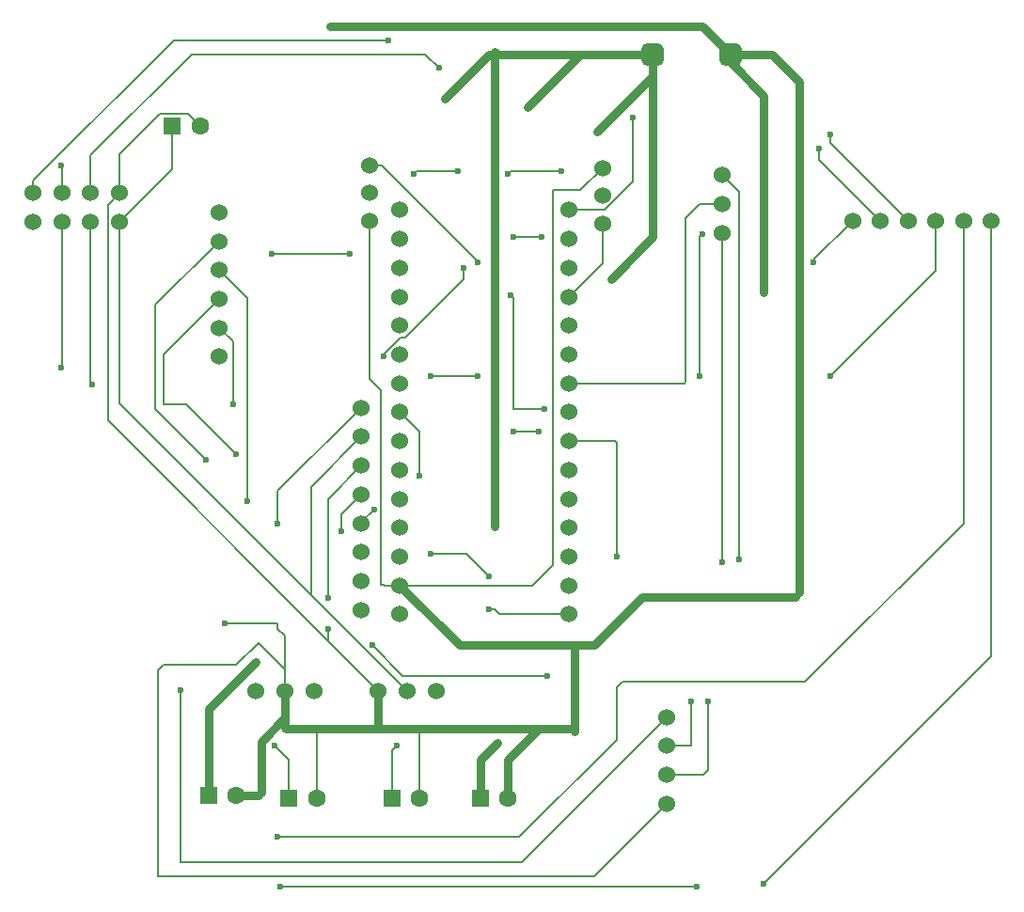
<source format=gbr>
%TF.GenerationSoftware,KiCad,Pcbnew,8.0.0*%
%TF.CreationDate,2025-03-20T21:29:13+05:30*%
%TF.ProjectId,Final_PCB_Schematic,46696e61-6c5f-4504-9342-5f536368656d,rev?*%
%TF.SameCoordinates,Original*%
%TF.FileFunction,Copper,L1,Top*%
%TF.FilePolarity,Positive*%
%FSLAX46Y46*%
G04 Gerber Fmt 4.6, Leading zero omitted, Abs format (unit mm)*
G04 Created by KiCad (PCBNEW 8.0.0) date 2025-03-20 21:29:13*
%MOMM*%
%LPD*%
G01*
G04 APERTURE LIST*
G04 Aperture macros list*
%AMRoundRect*
0 Rectangle with rounded corners*
0 $1 Rounding radius*
0 $2 $3 $4 $5 $6 $7 $8 $9 X,Y pos of 4 corners*
0 Add a 4 corners polygon primitive as box body*
4,1,4,$2,$3,$4,$5,$6,$7,$8,$9,$2,$3,0*
0 Add four circle primitives for the rounded corners*
1,1,$1+$1,$2,$3*
1,1,$1+$1,$4,$5*
1,1,$1+$1,$6,$7*
1,1,$1+$1,$8,$9*
0 Add four rect primitives between the rounded corners*
20,1,$1+$1,$2,$3,$4,$5,0*
20,1,$1+$1,$4,$5,$6,$7,0*
20,1,$1+$1,$6,$7,$8,$9,0*
20,1,$1+$1,$8,$9,$2,$3,0*%
G04 Aperture macros list end*
%TA.AperFunction,ComponentPad*%
%ADD10R,1.600000X1.600000*%
%TD*%
%TA.AperFunction,ComponentPad*%
%ADD11C,1.600000*%
%TD*%
%TA.AperFunction,ComponentPad*%
%ADD12C,1.524000*%
%TD*%
%TA.AperFunction,SMDPad,CuDef*%
%ADD13RoundRect,0.500000X-0.500000X-0.500000X0.500000X-0.500000X0.500000X0.500000X-0.500000X0.500000X0*%
%TD*%
%TA.AperFunction,ViaPad*%
%ADD14C,0.600000*%
%TD*%
%TA.AperFunction,Conductor*%
%ADD15C,0.200000*%
%TD*%
%TA.AperFunction,Conductor*%
%ADD16C,0.800000*%
%TD*%
G04 APERTURE END LIST*
D10*
%TO.P,C4,1*%
%TO.N,/3.3V*%
X105000000Y-64500000D03*
D11*
%TO.P,C4,2*%
%TO.N,GND*%
X107500000Y-64500000D03*
%TD*%
D12*
%TO.P,U11,1,CS*%
%TO.N,/D10*%
X166250000Y-73000000D03*
%TO.P,U11,2,SCK*%
%TO.N,/SCK*%
X168750000Y-73000000D03*
%TO.P,U11,3,MOSI*%
%TO.N,/MOSI*%
X171250000Y-73000000D03*
%TO.P,U11,4,MISO*%
%TO.N,/MISO*%
X173750000Y-73000000D03*
%TO.P,U11,5,VCC*%
%TO.N,/5Vin*%
X176250000Y-73000000D03*
%TO.P,U11,6,GND*%
%TO.N,GND*%
X178750000Y-73000000D03*
%TD*%
D10*
%TO.P,C2,1*%
%TO.N,+12V*%
X108250000Y-124750000D03*
D11*
%TO.P,C2,2*%
%TO.N,GND*%
X110750000Y-124750000D03*
%TD*%
D12*
%TO.P,U15,1,PWM*%
%TO.N,/PWM2*%
X143750000Y-73250000D03*
%TO.P,U15,2,VCC*%
%TO.N,unconnected-(U15-VCC-Pad2)*%
X143750000Y-70750000D03*
%TO.P,U15,3,GND*%
%TO.N,GND*%
X143750000Y-68250000D03*
%TD*%
%TO.P,U7,1,IN*%
%TO.N,+12V*%
X117750000Y-115356000D03*
%TO.P,U7,2,GND*%
%TO.N,GND*%
X115150000Y-115356000D03*
%TO.P,U7,3,OUT*%
%TO.N,/5Vin*%
X112550000Y-115356000D03*
%TD*%
D10*
%TO.P,C3,1*%
%TO.N,+12V*%
X132750000Y-125000000D03*
D11*
%TO.P,C3,2*%
%TO.N,GND*%
X135250000Y-125000000D03*
%TD*%
D12*
%TO.P,U8,1,PWM*%
%TO.N,/PWM1*%
X122750000Y-68000000D03*
%TO.P,U8,2,VCC*%
%TO.N,unconnected-(U8-VCC-Pad2)*%
X122750000Y-70500000D03*
%TO.P,U8,3,GND*%
%TO.N,GND*%
X122750000Y-73000000D03*
%TD*%
D13*
%TO.P,U13,1,12v*%
%TO.N,+12V*%
X148250000Y-58000000D03*
%TO.P,U13,2,GND*%
%TO.N,GND*%
X155250000Y-58000000D03*
%TD*%
D12*
%TO.P,U5,1,EN*%
%TO.N,unconnected-(U5-EN-Pad1)*%
X109250000Y-72250000D03*
%TO.P,U5,2,VCC*%
%TO.N,/5Vin*%
X109250000Y-74850000D03*
%TO.P,U5,3,GND*%
%TO.N,GND*%
X109250000Y-77450000D03*
%TO.P,U5,4,TX*%
%TO.N,/D1*%
X109250000Y-80050000D03*
%TO.P,U5,5,RX*%
%TO.N,/D0*%
X109250000Y-82650000D03*
%TO.P,U5,6,STATE*%
%TO.N,unconnected-(U5-STATE-Pad6)*%
X109250000Y-85250000D03*
%TD*%
%TO.P,U4,1,GND*%
%TO.N,GND*%
X154500000Y-68900000D03*
%TO.P,U4,2,OUT*%
%TO.N,/OUT*%
X154500000Y-71500000D03*
%TO.P,U4,3,Vcc*%
%TO.N,/5Vin*%
X154500000Y-74100000D03*
%TD*%
%TO.P,U3,1,Vcc*%
%TO.N,/5Vin*%
X122000000Y-89850000D03*
%TO.P,U3,2,3.3V*%
%TO.N,/3.3V*%
X122000000Y-92450000D03*
%TO.P,U3,3,GND*%
%TO.N,GND*%
X122000000Y-95050000D03*
%TO.P,U3,4,SCL*%
%TO.N,/SCL*%
X122000000Y-97650000D03*
%TO.P,U3,5,SDA*%
%TO.N,/SDA*%
X122000000Y-100250000D03*
%TO.P,U3,6,FSYNC*%
%TO.N,unconnected-(U3-FSYNC-Pad6)*%
X122000000Y-102850000D03*
%TO.P,U3,7,INTA*%
%TO.N,unconnected-(U3-INTA-Pad7)*%
X122000000Y-105450000D03*
%TO.P,U3,8,DRDY*%
%TO.N,unconnected-(U3-DRDY-Pad8)*%
X122000000Y-108050000D03*
%TD*%
%TO.P,U1,1,D0/TX*%
%TO.N,/D0*%
X140750000Y-108450000D03*
%TO.P,U1,2,D1/RX*%
%TO.N,/D1*%
X140750000Y-105850000D03*
%TO.P,U1,3,RST*%
%TO.N,unconnected-(U1-RST-Pad3)*%
X140750000Y-103250000D03*
%TO.P,U1,4,GND*%
%TO.N,unconnected-(U1-GND-Pad4)*%
X140750000Y-100650000D03*
%TO.P,U1,5,D2*%
%TO.N,unconnected-(U1-D2-Pad5)*%
X140750000Y-98050000D03*
%TO.P,U1,6,D3*%
%TO.N,Net-(U1-D3)*%
X140750000Y-95450000D03*
%TO.P,U1,7,D4*%
%TO.N,Net-(U1-D4)*%
X140750000Y-92850000D03*
%TO.P,U1,8,D5*%
%TO.N,/PWM1*%
X140750000Y-90250000D03*
%TO.P,U1,9,D6*%
%TO.N,/OUT*%
X140750000Y-87650000D03*
%TO.P,U1,10,D7*%
%TO.N,/CE*%
X140750000Y-85050000D03*
%TO.P,U1,11,D8*%
%TO.N,/CNS*%
X140750000Y-82450000D03*
%TO.P,U1,12,D9*%
%TO.N,/PWM2*%
X140750000Y-79850000D03*
%TO.P,U1,13,D10*%
%TO.N,/D10*%
X140750000Y-77250000D03*
%TO.P,U1,14,D11*%
%TO.N,/MOSI*%
X140750000Y-74650000D03*
%TO.P,U1,15,D12*%
%TO.N,/MISO*%
X140750000Y-72050000D03*
%TO.P,U1,16,Vin*%
%TO.N,+12V*%
X125510000Y-108450000D03*
%TO.P,U1,17,GND*%
%TO.N,GND*%
X125510000Y-105850000D03*
%TO.P,U1,18,RST*%
%TO.N,unconnected-(U1-RST-Pad18)*%
X125510000Y-103250000D03*
%TO.P,U1,19,5V*%
%TO.N,unconnected-(U1-5V-Pad19)*%
X125510000Y-100650000D03*
%TO.P,U1,20,A7*%
%TO.N,unconnected-(U1-A7-Pad20)*%
X125510000Y-98050000D03*
%TO.P,U1,21,A6*%
%TO.N,unconnected-(U1-A6-Pad21)*%
X125510000Y-95450000D03*
%TO.P,U1,22,A5*%
%TO.N,/SCL*%
X125510000Y-92850000D03*
%TO.P,U1,23,A4*%
%TO.N,/SDA*%
X125510000Y-90250000D03*
%TO.P,U1,24,A3*%
%TO.N,unconnected-(U1-A3-Pad24)*%
X125510000Y-87650000D03*
%TO.P,U1,25,A2*%
%TO.N,unconnected-(U1-A2-Pad25)*%
X125510000Y-85050000D03*
%TO.P,U1,26,A1*%
%TO.N,unconnected-(U1-A1-Pad26)*%
X125510000Y-82450000D03*
%TO.P,U1,27,A0*%
%TO.N,unconnected-(U1-A0-Pad27)*%
X125510000Y-79850000D03*
%TO.P,U1,28,AREF*%
%TO.N,unconnected-(U1-AREF-Pad28)*%
X125510000Y-77250000D03*
%TO.P,U1,29,3V3*%
%TO.N,unconnected-(U1-3V3-Pad29)*%
X125510000Y-74650000D03*
%TO.P,U1,30,D13*%
%TO.N,/SCK*%
X125510000Y-72050000D03*
%TD*%
%TO.P,U2,1,GND*%
%TO.N,GND*%
X149500000Y-125500000D03*
%TO.P,U2,2,TX*%
%TO.N,Net-(U1-D3)*%
X149500000Y-122900000D03*
%TO.P,U2,3,RX*%
%TO.N,Net-(U1-D4)*%
X149500000Y-120300000D03*
%TO.P,U2,4,VCC*%
%TO.N,/5Vin*%
X149500000Y-117700000D03*
%TD*%
D10*
%TO.P,C5,1*%
%TO.N,/3.3V*%
X124794888Y-125000000D03*
D11*
%TO.P,C5,2*%
%TO.N,GND*%
X127294888Y-125000000D03*
%TD*%
D12*
%TO.P,U14,1,Vin*%
%TO.N,+12V*%
X128750000Y-115356000D03*
%TO.P,U14,2,Vout*%
%TO.N,/3.3V*%
X126150000Y-115356000D03*
%TO.P,U14,3,GND*%
%TO.N,GND*%
X123550000Y-115356000D03*
%TD*%
D10*
%TO.P,C1,1*%
%TO.N,/5Vin*%
X115500000Y-125000000D03*
D11*
%TO.P,C1,2*%
%TO.N,GND*%
X118000000Y-125000000D03*
%TD*%
D12*
%TO.P,U6,1,GND*%
%TO.N,GND*%
X100250000Y-70500000D03*
%TO.P,U6,2,VCC*%
%TO.N,/3.3V*%
X100250000Y-73100000D03*
%TO.P,U6,3,CE*%
%TO.N,/CE*%
X97650000Y-70500000D03*
%TO.P,U6,4,CNS*%
%TO.N,/CNS*%
X97650000Y-73100000D03*
%TO.P,U6,5,SCK*%
%TO.N,/SCK*%
X95050000Y-70500000D03*
%TO.P,U6,6,MOSI*%
%TO.N,/MOSI*%
X95050000Y-73100000D03*
%TO.P,U6,7,MISO*%
%TO.N,/MISO*%
X92450000Y-70500000D03*
%TO.P,U6,8,IRQ*%
%TO.N,unconnected-(U6-IRQ-Pad8)*%
X92450000Y-73100000D03*
%TD*%
D14*
%TO.N,/5Vin*%
X114250000Y-120250000D03*
X114500000Y-100250000D03*
X108000000Y-94500000D03*
X105750000Y-115250000D03*
X154500000Y-103750000D03*
X114500000Y-128500000D03*
%TO.N,GND*%
X158250000Y-132750000D03*
X111750000Y-98250000D03*
X109750000Y-109250000D03*
X156000000Y-103500000D03*
X114750000Y-133000000D03*
X158250000Y-79500000D03*
X119250000Y-55500000D03*
X119000000Y-109750000D03*
X119000000Y-107000000D03*
X152250000Y-133000000D03*
%TO.N,+12V*%
X143250000Y-65000000D03*
X144500000Y-78250000D03*
X134000000Y-100500000D03*
X137000000Y-62750000D03*
X129500000Y-62000000D03*
X112500000Y-112750000D03*
X134250000Y-120000000D03*
%TO.N,/3.3V*%
X125250000Y-120250000D03*
%TO.N,/SCK*%
X95000000Y-68000000D03*
X135250000Y-68750000D03*
X126750000Y-68750000D03*
X163250000Y-66500000D03*
X114000000Y-76000000D03*
X140000000Y-68500000D03*
X121000000Y-76000000D03*
X130750000Y-68500000D03*
%TO.N,/D1*%
X123000000Y-111250000D03*
X110750000Y-94000000D03*
X138750000Y-114000000D03*
%TO.N,/CE*%
X129000000Y-59250000D03*
%TO.N,/MISO*%
X124500000Y-56750000D03*
X146500000Y-63750000D03*
X164250000Y-87000000D03*
X152500000Y-87000000D03*
X152750000Y-74250000D03*
%TO.N,/D10*%
X162750000Y-76750000D03*
%TO.N,Net-(U1-D3)*%
X153250000Y-116250000D03*
%TO.N,/CNS*%
X135750000Y-92000000D03*
X132500000Y-87000000D03*
X138000000Y-92000000D03*
X128250000Y-87000000D03*
X97750000Y-87750000D03*
%TO.N,/SDA*%
X123150000Y-99000000D03*
X127250000Y-96000000D03*
%TO.N,/PWM1*%
X135500000Y-79750000D03*
X138500000Y-90000000D03*
X132500000Y-76750000D03*
%TO.N,/SCL*%
X120250000Y-101000000D03*
%TO.N,Net-(U1-D4)*%
X151750000Y-116250000D03*
X145000000Y-103250000D03*
%TO.N,/MOSI*%
X135750000Y-74500000D03*
X124000000Y-85250000D03*
X131250000Y-77250000D03*
X138250000Y-74500000D03*
X164250000Y-65250000D03*
X95000000Y-86250000D03*
%TO.N,/D0*%
X110500000Y-89500000D03*
X133500000Y-105000000D03*
X128250000Y-103000000D03*
X133500000Y-108000000D03*
%TD*%
D15*
%TO.N,/5Vin*%
X115500000Y-121500000D02*
X114250000Y-120250000D01*
X145000000Y-115000000D02*
X145000000Y-119750000D01*
X114500000Y-97350000D02*
X114500000Y-100250000D01*
X154500000Y-74100000D02*
X154500000Y-103750000D01*
X136450000Y-130750000D02*
X105750000Y-130750000D01*
X176250000Y-100251895D02*
X162001895Y-114500000D01*
X115500000Y-125000000D02*
X115500000Y-121500000D01*
X145000000Y-119750000D02*
X136250000Y-128500000D01*
X176250000Y-73000000D02*
X176250000Y-100251895D01*
X162001895Y-114500000D02*
X145500000Y-114500000D01*
X103500000Y-90000000D02*
X103750000Y-90250000D01*
X122000000Y-89850000D02*
X114500000Y-97350000D01*
X145500000Y-114500000D02*
X145000000Y-115000000D01*
X109250000Y-74850000D02*
X103500000Y-80600000D01*
X103750000Y-90250000D02*
X108000000Y-94500000D01*
X103500000Y-80600000D02*
X103500000Y-90000000D01*
X136250000Y-128500000D02*
X114500000Y-128500000D01*
X149500000Y-117700000D02*
X136450000Y-130750000D01*
X105750000Y-130750000D02*
X105750000Y-115250000D01*
%TO.N,GND*%
X154500000Y-68900000D02*
X156000000Y-70400000D01*
X156000000Y-89500000D02*
X156000000Y-103500000D01*
D16*
X141250000Y-111250000D02*
X130910000Y-111250000D01*
X161088000Y-106912000D02*
X147338000Y-106912000D01*
D15*
X109250000Y-77450000D02*
X111750000Y-79950000D01*
X123750000Y-105750000D02*
X124000000Y-105750000D01*
D16*
X115250000Y-118750000D02*
X118000000Y-118750000D01*
X118000000Y-118750000D02*
X124500000Y-118750000D01*
D15*
X115150000Y-110400000D02*
X115150000Y-115356000D01*
X112750000Y-111000000D02*
X115150000Y-113400000D01*
X122750000Y-73000000D02*
X122750000Y-87250000D01*
X178750000Y-73000000D02*
X178750000Y-112250000D01*
D16*
X155250000Y-58000000D02*
X152750000Y-55500000D01*
X161500000Y-60500000D02*
X161500000Y-106500000D01*
D15*
X103900000Y-63400000D02*
X100250000Y-67050000D01*
X118000000Y-125000000D02*
X118000000Y-118750000D01*
X124100000Y-105850000D02*
X125510000Y-105850000D01*
D16*
X130910000Y-111250000D02*
X125510000Y-105850000D01*
X123550000Y-115356000D02*
X123550000Y-118700000D01*
D15*
X115150000Y-118650000D02*
X115250000Y-118750000D01*
X141750000Y-70250000D02*
X139250000Y-70250000D01*
X119000000Y-98050000D02*
X119000000Y-99250000D01*
D16*
X113000000Y-124500000D02*
X113000000Y-119900000D01*
X138000000Y-118750000D02*
X141000000Y-118750000D01*
X127250000Y-118750000D02*
X138000000Y-118750000D01*
X135250000Y-125000000D02*
X135250000Y-121500000D01*
D15*
X178750000Y-112250000D02*
X158250000Y-132750000D01*
X149500000Y-125500000D02*
X143000000Y-132000000D01*
X155250000Y-58000000D02*
X155250000Y-58750000D01*
X122000000Y-95050000D02*
X119000000Y-98050000D01*
X100250000Y-70500000D02*
X99188000Y-71562000D01*
X114500000Y-109750000D02*
X115150000Y-110400000D01*
X103750000Y-113500000D02*
X104250000Y-113000000D01*
X99188000Y-71562000D02*
X99188000Y-90994000D01*
X139250000Y-104000000D02*
X137400000Y-105850000D01*
X139250000Y-70250000D02*
X139250000Y-104000000D01*
X119000000Y-109750000D02*
X119000000Y-110750000D01*
X103750000Y-132000000D02*
X103750000Y-113500000D01*
D16*
X115150000Y-115356000D02*
X115150000Y-117750000D01*
D15*
X161500000Y-106500000D02*
X161088000Y-106912000D01*
X100250000Y-67050000D02*
X100250000Y-70500000D01*
D16*
X135250000Y-121500000D02*
X138000000Y-118750000D01*
D15*
X112750000Y-124750000D02*
X113000000Y-124500000D01*
X104250000Y-113000000D02*
X110750000Y-113000000D01*
D16*
X115150000Y-117750000D02*
X115150000Y-118650000D01*
X155250000Y-58000000D02*
X159000000Y-58000000D01*
D15*
X119000000Y-110750000D02*
X118972000Y-110778000D01*
X110750000Y-113000000D02*
X112750000Y-111000000D01*
D16*
X143000000Y-111250000D02*
X141250000Y-111250000D01*
D15*
X109750000Y-109250000D02*
X114500000Y-109250000D01*
D16*
X158250000Y-61750000D02*
X158250000Y-79500000D01*
D15*
X99188000Y-90994000D02*
X118972000Y-110778000D01*
X127294888Y-118794888D02*
X127250000Y-118750000D01*
X152250000Y-133000000D02*
X114750000Y-133000000D01*
X118972000Y-110778000D02*
X123550000Y-115356000D01*
X111750000Y-79950000D02*
X111750000Y-98250000D01*
X107500000Y-64500000D02*
X106400000Y-63400000D01*
X106400000Y-63400000D02*
X103900000Y-63400000D01*
X115150000Y-113400000D02*
X115150000Y-115356000D01*
D16*
X124500000Y-118750000D02*
X127250000Y-118750000D01*
X155250000Y-58750000D02*
X158250000Y-61750000D01*
D15*
X155250000Y-58000000D02*
X155562000Y-58312000D01*
D16*
X152750000Y-55500000D02*
X119250000Y-55500000D01*
D15*
X122750000Y-87250000D02*
X123750000Y-88250000D01*
X137400000Y-105850000D02*
X125510000Y-105850000D01*
X141000000Y-118750000D02*
X141250000Y-119000000D01*
D16*
X123500000Y-118750000D02*
X124500000Y-118750000D01*
D15*
X119000000Y-99250000D02*
X119000000Y-107000000D01*
D16*
X141250000Y-119000000D02*
X141250000Y-111250000D01*
D15*
X123550000Y-118700000D02*
X123500000Y-118750000D01*
X127294888Y-125000000D02*
X127294888Y-118794888D01*
D16*
X147338000Y-106912000D02*
X143000000Y-111250000D01*
D15*
X156000000Y-89000000D02*
X156000000Y-89500000D01*
X156000000Y-70400000D02*
X156000000Y-89000000D01*
X114500000Y-109250000D02*
X114500000Y-109750000D01*
X123750000Y-88250000D02*
X123750000Y-105750000D01*
D16*
X113000000Y-119900000D02*
X115150000Y-117750000D01*
X110750000Y-124750000D02*
X112750000Y-124750000D01*
X159000000Y-58000000D02*
X161500000Y-60500000D01*
D15*
X143750000Y-68250000D02*
X141750000Y-70250000D01*
X124000000Y-105750000D02*
X124100000Y-105850000D01*
X143000000Y-132000000D02*
X103750000Y-132000000D01*
D16*
%TO.N,+12V*%
X148250000Y-58000000D02*
X148250000Y-60000000D01*
X148250000Y-58000000D02*
X148250000Y-74500000D01*
X133500000Y-58000000D02*
X129500000Y-62000000D01*
X148250000Y-58000000D02*
X133500000Y-58000000D01*
X148250000Y-74500000D02*
X144500000Y-78250000D01*
X148250000Y-58000000D02*
X141750000Y-58000000D01*
X108250000Y-117000000D02*
X112500000Y-112750000D01*
X134250000Y-58000000D02*
X134000000Y-57750000D01*
X108250000Y-124750000D02*
X108250000Y-117000000D01*
X148250000Y-58000000D02*
X134250000Y-58000000D01*
X134000000Y-57750000D02*
X134000000Y-100500000D01*
X132750000Y-125000000D02*
X132750000Y-121500000D01*
X132750000Y-121500000D02*
X134250000Y-120000000D01*
X148250000Y-60000000D02*
X143250000Y-65000000D01*
X141750000Y-58000000D02*
X137000000Y-62750000D01*
D15*
%TO.N,/3.3V*%
X117500000Y-106706000D02*
X117522000Y-106728000D01*
X105000000Y-68350000D02*
X100250000Y-73100000D01*
X122000000Y-92450000D02*
X117500000Y-96950000D01*
X105000000Y-64500000D02*
X105000000Y-68350000D01*
X100250000Y-89456000D02*
X117522000Y-106728000D01*
X100250000Y-73100000D02*
X100250000Y-89456000D01*
X124794888Y-120705112D02*
X125250000Y-120250000D01*
X117500000Y-96950000D02*
X117500000Y-106706000D01*
X117522000Y-106728000D02*
X126150000Y-115356000D01*
X124794888Y-125000000D02*
X124794888Y-120705112D01*
%TO.N,/SCK*%
X168750000Y-73000000D02*
X163250000Y-67500000D01*
X163250000Y-67500000D02*
X163250000Y-66500000D01*
X114000000Y-76000000D02*
X121000000Y-76000000D01*
X135500000Y-68500000D02*
X135250000Y-68750000D01*
X127000000Y-68500000D02*
X126750000Y-68750000D01*
X140000000Y-68500000D02*
X135500000Y-68500000D01*
X95050000Y-68050000D02*
X95000000Y-68000000D01*
X130750000Y-68500000D02*
X127000000Y-68500000D01*
X95050000Y-70500000D02*
X95050000Y-68050000D01*
%TO.N,/D1*%
X125750000Y-114000000D02*
X138750000Y-114000000D01*
X104300000Y-85000000D02*
X104250000Y-85000000D01*
X123000000Y-111250000D02*
X125750000Y-114000000D01*
X109250000Y-80050000D02*
X104300000Y-85000000D01*
X104250000Y-85000000D02*
X104250000Y-89500000D01*
X104250000Y-89500000D02*
X106250000Y-89500000D01*
X106250000Y-89500000D02*
X110750000Y-94000000D01*
%TO.N,/CE*%
X127750000Y-58000000D02*
X129000000Y-59250000D01*
X97650000Y-70500000D02*
X97650000Y-67100000D01*
X106750000Y-58000000D02*
X127750000Y-58000000D01*
X97650000Y-67100000D02*
X106750000Y-58000000D01*
%TO.N,/MISO*%
X173750000Y-77500000D02*
X164250000Y-87000000D01*
X105122370Y-56750000D02*
X105500000Y-56750000D01*
X152500000Y-87000000D02*
X152500000Y-74500000D01*
X152500000Y-74500000D02*
X152750000Y-74250000D01*
X146500000Y-69501895D02*
X143951895Y-72050000D01*
X92450000Y-70500000D02*
X92450000Y-69422370D01*
X92450000Y-69422370D02*
X105122370Y-56750000D01*
X143951895Y-72050000D02*
X140750000Y-72050000D01*
X146500000Y-63750000D02*
X146500000Y-69501895D01*
X173750000Y-73000000D02*
X173750000Y-77500000D01*
X106000000Y-56750000D02*
X124500000Y-56750000D01*
X105500000Y-56750000D02*
X106000000Y-56750000D01*
%TO.N,/D10*%
X166250000Y-73000000D02*
X162750000Y-76500000D01*
X162750000Y-76500000D02*
X162750000Y-76750000D01*
%TO.N,Net-(U1-D3)*%
X152850000Y-122900000D02*
X153250000Y-122500000D01*
X149500000Y-122900000D02*
X152850000Y-122900000D01*
X153250000Y-122500000D02*
X153250000Y-116250000D01*
%TO.N,/CNS*%
X135750000Y-92000000D02*
X138000000Y-92000000D01*
X97650000Y-87650000D02*
X97750000Y-87750000D01*
X128250000Y-87000000D02*
X132500000Y-87000000D01*
X97650000Y-73100000D02*
X97650000Y-87650000D01*
%TO.N,/SDA*%
X122000000Y-100150000D02*
X123150000Y-99000000D01*
X127250000Y-91990000D02*
X125510000Y-90250000D01*
X127250000Y-96000000D02*
X127250000Y-91990000D01*
X122000000Y-100250000D02*
X122000000Y-100150000D01*
%TO.N,/PWM1*%
X122750000Y-68000000D02*
X123827630Y-68000000D01*
X135750000Y-80000000D02*
X135750000Y-90000000D01*
X123827630Y-68000000D02*
X132500000Y-76672370D01*
X132500000Y-76672370D02*
X132500000Y-76750000D01*
X135750000Y-90000000D02*
X138500000Y-90000000D01*
X135500000Y-79750000D02*
X135750000Y-80000000D01*
%TO.N,/OUT*%
X154500000Y-71500000D02*
X152500000Y-71500000D01*
X152500000Y-71500000D02*
X151250000Y-72750000D01*
X151250000Y-72750000D02*
X151250000Y-87500000D01*
X151100000Y-87650000D02*
X140750000Y-87650000D01*
X151250000Y-87500000D02*
X151100000Y-87650000D01*
%TO.N,/PWM2*%
X143750000Y-73250000D02*
X143750000Y-76850000D01*
X143750000Y-76850000D02*
X140750000Y-79850000D01*
%TO.N,/SCL*%
X120250000Y-99400000D02*
X120250000Y-101000000D01*
X122000000Y-97650000D02*
X120250000Y-99400000D01*
%TO.N,Net-(U1-D4)*%
X151700000Y-120300000D02*
X151750000Y-120250000D01*
X151750000Y-120250000D02*
X151750000Y-116250000D01*
X145000000Y-93000000D02*
X144850000Y-92850000D01*
X149500000Y-120300000D02*
X151700000Y-120300000D01*
X144850000Y-92850000D02*
X140750000Y-92850000D01*
X145000000Y-103250000D02*
X145000000Y-93000000D01*
%TO.N,/MOSI*%
X95050000Y-73100000D02*
X95050000Y-86200000D01*
X124000000Y-85250000D02*
X124000000Y-85058105D01*
X125546105Y-83512000D02*
X125988000Y-83512000D01*
X95050000Y-86200000D02*
X95000000Y-86250000D01*
X136250000Y-74500000D02*
X138250000Y-74500000D01*
X171250000Y-73000000D02*
X164250000Y-66000000D01*
X124000000Y-85058105D02*
X125546105Y-83512000D01*
X131250000Y-78250000D02*
X131250000Y-77250000D01*
X135750000Y-74500000D02*
X136250000Y-74500000D01*
X164250000Y-66000000D02*
X164250000Y-65250000D01*
X125988000Y-83512000D02*
X131250000Y-78250000D01*
%TO.N,/D0*%
X134450000Y-108450000D02*
X140750000Y-108450000D01*
X134000000Y-108000000D02*
X134450000Y-108450000D01*
X110500000Y-83900000D02*
X110500000Y-89500000D01*
X131500000Y-103000000D02*
X133500000Y-105000000D01*
X133500000Y-108000000D02*
X134000000Y-108000000D01*
X128250000Y-103000000D02*
X131500000Y-103000000D01*
X109250000Y-82650000D02*
X110500000Y-83900000D01*
%TD*%
M02*

</source>
